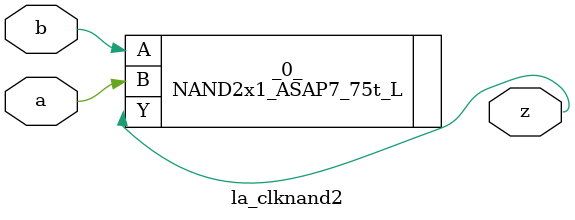
<source format=v>
/* Generated by Yosys 0.37 (git sha1 a5c7f69ed, clang 14.0.0-1ubuntu1.1 -fPIC -Os) */

module la_clknand2(a, b, z);
  input a;
  wire a;
  input b;
  wire b;
  output z;
  wire z;
  NAND2x1_ASAP7_75t_L _0_ (
    .A(b),
    .B(a),
    .Y(z)
  );
endmodule

</source>
